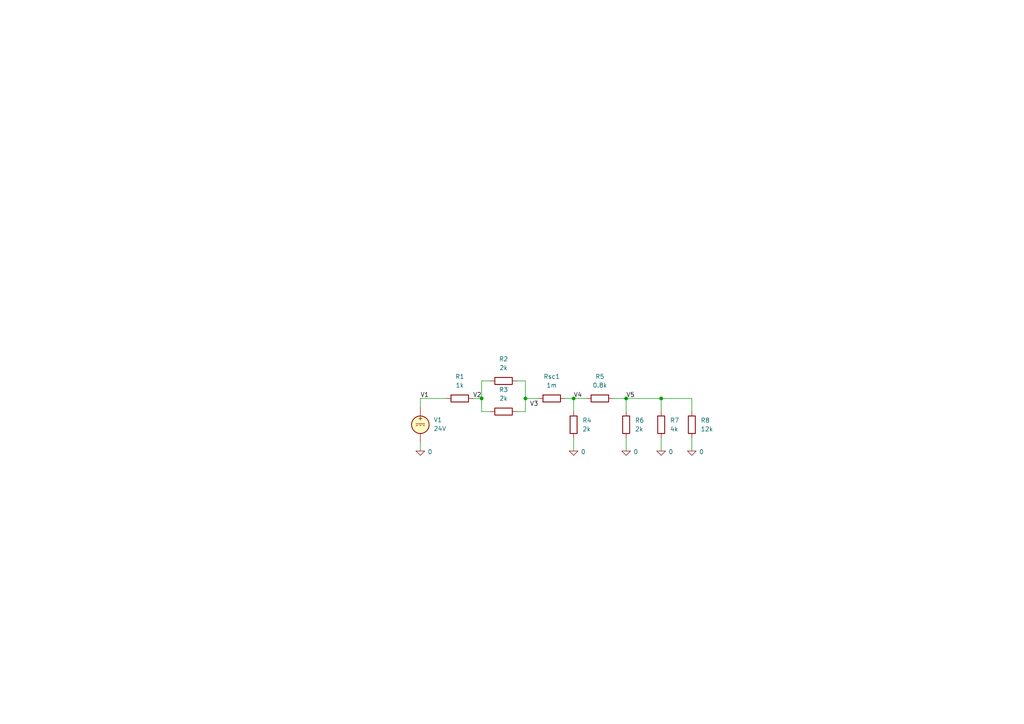
<source format=kicad_sch>
(kicad_sch (version 20250114) (generator "eeschema") (generator_version "9.0")
  (paper "A4")
  (lib_symbols
    (symbol "Device:R" (pin_numbers (hide yes)) (pin_names (offset 0))
      (property "Reference" "R" (at 2.032 0 90))
      (property "Value" "R" (at 0 0 90))
      (symbol "R_0_1"
        (rectangle (start -1.016 -2.54) (end 1.016 2.54) (stroke (width 0.254)))
      )
      (symbol "R_1_1"
        (pin passive line (at 0 3.81 270) (length 1.27) (name "~") (number "1"))
        (pin passive line (at 0 -3.81 90) (length 1.27) (name "~") (number "2"))
      )
    )
    (symbol "Simulation_SPICE:0" (power) (pin_numbers (hide yes)) (pin_names (offset 0) (hide yes))
      (property "Value" "0" (at 0 -2.54 0))
      (symbol "0_0_1"
        (polyline (pts (xy -1.27 0) (xy 0 -1.27) (xy 1.27 0) (xy -1.27 0)))
      )
      (symbol "0_1_1"
        (pin power_in line (at 0 0 0) (length 0) (name "~") (number "1"))
      )
    )
    (symbol "Simulation_SPICE:VDC" (pin_numbers (hide yes)) (pin_names (offset 0.0254))
      (property "Reference" "V" (at 2.54 2.54 0))
      (property "Value" "1" (at 2.54 0 0))
      (symbol "VDC_0_0"
        (polyline (pts (xy -1.27 0.254) (xy 1.27 0.254)))
        (polyline (pts (xy -0.762 -0.254) (xy -1.27 -0.254)))
        (polyline (pts (xy 0.254 -0.254) (xy -0.254 -0.254)))
        (polyline (pts (xy 1.27 -0.254) (xy 0.762 -0.254)))
        (text "+" (at 0 1.905 0) (effects (font (size 1.27 1.27))))
      )
      (symbol "VDC_0_1"
        (circle (center 0 0) (radius 2.54) (stroke (width 0.254)) (fill (type background)))
      )
      (symbol "VDC_1_1"
        (pin passive line (at 0 5.08 270) (length 2.54) (name "~") (number "1"))
        (pin passive line (at 0 -5.08 90) (length 2.54) (name "~") (number "2"))
      )
    )
  )
  (junction (at 191.77 115.57))
  (junction (at 152.4 115.57))
  (junction (at 181.61 115.57))
  (junction (at 166.37 115.57))
  (junction (at 139.7 115.57))
  (wire (pts (xy 200.66 119.38) (xy 200.66 115.57)))
  (wire (pts (xy 152.4 119.38) (xy 152.4 115.57)))
  (wire (pts (xy 152.4 110.49) (xy 152.4 115.57)))
  (wire (pts (xy 166.37 115.57) (xy 166.37 119.38)))
  (wire (pts (xy 181.61 115.57) (xy 191.77 115.57)))
  (wire (pts (xy 142.24 119.38) (xy 139.7 119.38)))
  (wire (pts (xy 200.66 127) (xy 200.66 130.81)))
  (wire (pts (xy 149.86 110.49) (xy 152.4 110.49)))
  (wire (pts (xy 121.92 118.11) (xy 121.92 115.57)))
  (wire (pts (xy 149.86 119.38) (xy 152.4 119.38)))
  (wire (pts (xy 191.77 119.38) (xy 191.77 115.57)))
  (wire (pts (xy 139.7 115.57) (xy 139.7 110.49)))
  (wire (pts (xy 139.7 110.49) (xy 142.24 110.49)))
  (wire (pts (xy 121.92 128.27) (xy 121.92 130.81)))
  (wire (pts (xy 121.92 115.57) (xy 129.54 115.57)))
  (wire (pts (xy 156.21 115.57) (xy 152.4 115.57)))
  (wire (pts (xy 181.61 127) (xy 181.61 130.81)))
  (wire (pts (xy 177.8 115.57) (xy 181.61 115.57)))
  (wire (pts (xy 181.61 115.57) (xy 181.61 119.38)))
  (wire (pts (xy 166.37 127) (xy 166.37 130.81)))
  (wire (pts (xy 139.7 119.38) (xy 139.7 115.57)))
  (wire (pts (xy 166.37 115.57) (xy 170.18 115.57)))
  (wire (pts (xy 163.83 115.57) (xy 166.37 115.57)))
  (wire (pts (xy 191.77 115.57) (xy 200.66 115.57)))
  (wire (pts (xy 191.77 127) (xy 191.77 130.81)))
  (wire (pts (xy 139.7 115.57) (xy 137.16 115.57)))
  (label "V1" (at 121.92 115.57 0))
  (label "V4" (at 166.37 115.57 0))
  (label "V3" (at 153.67 118.11 0))
  (label "V5" (at 181.61 115.57 0))
  (label "V2" (at 137.16 115.57 0))
  (symbol (lib_id "Simulation_SPICE:0") (at 181.61 130.81 0) (unit 1)
    (property "Reference" "#GND03" (effects (hide yes)))
    (property "Value" "0" (at 184.404 131.064 0))
    (property "Datasheet" "https://ngspice.sourceforge.io/docs/ngspice-html-manual/manual.xhtml#subsec_Circuit_elements__device" (effects (hide yes)))
    (property "Description" "0V reference potential for simulation" (effects (hide yes)))
  )
  (symbol (lib_id "Device:R") (at 181.61 123.19 180) (unit 1)
    (property "Reference" "R6" (at 184.15 121.9199 0) (effects (justify right)))
    (property "Value" "2k" (at 184.15 124.4599 0) (effects (justify right)))
    (property "Description" "Resistor" (effects (hide yes)))
  )
  (symbol (lib_id "Simulation_SPICE:0") (at 166.37 130.81 0) (unit 1)
    (property "Reference" "#GND02" (effects (hide yes)))
    (property "Value" "0" (at 169.164 131.064 0))
    (property "Datasheet" "https://ngspice.sourceforge.io/docs/ngspice-html-manual/manual.xhtml#subsec_Circuit_elements__device" (effects (hide yes)))
    (property "Description" "0V reference potential for simulation" (effects (hide yes)))
  )
  (symbol (lib_id "Simulation_SPICE:0") (at 121.92 130.81 0) (unit 1)
    (property "Reference" "#GND01" (effects (hide yes)))
    (property "Value" "0" (at 124.714 131.064 0))
    (property "Datasheet" "https://ngspice.sourceforge.io/docs/ngspice-html-manual/manual.xhtml#subsec_Circuit_elements__device" (effects (hide yes)))
    (property "Description" "0V reference potential for simulation" (effects (hide yes)))
  )
  (symbol (lib_id "Device:R") (at 200.66 123.19 180) (unit 1)
    (property "Reference" "R8" (at 203.2 121.9199 0) (effects (justify right)))
    (property "Value" "12k" (at 203.2 124.4599 0) (effects (justify right)))
    (property "Description" "Resistor" (effects (hide yes)))
  )
  (symbol (lib_id "Device:R") (at 146.05 110.49 90) (unit 1)
    (property "Reference" "R2" (at 146.05 104.14 90))
    (property "Value" "2k" (at 146.05 106.68 90))
    (property "Description" "Resistor" (effects (hide yes)))
  )
  (symbol (lib_id "Device:R") (at 133.35 115.57 90) (unit 1)
    (property "Reference" "R1" (at 133.35 109.22 90))
    (property "Value" "1k" (at 133.35 111.76 90))
    (property "Description" "Resistor" (effects (hide yes)))
  )
  (symbol (lib_id "Simulation_SPICE:VDC") (at 121.92 123.19 0) (unit 1)
    (property "Reference" "V1" (at 125.73 121.7901 0) (effects (justify left)))
    (property "Value" "24V" (at 125.73 124.3301 0) (effects (justify left)))
    (property "Datasheet" "https://ngspice.sourceforge.io/docs/ngspice-html-manual/manual.xhtml#sec_Independent_Sources_for" (effects (hide yes)))
    (property "Description" "Voltage source, DC" (effects (hide yes)))
    (property "Sim.Pins" "1=+ 2=-" (effects (hide yes)))
    (property "Sim.Type" "DC" (effects (hide yes)))
    (property "Sim.Device" "V" (effects (hide yes)))
  )
  (symbol (lib_id "Device:R") (at 146.05 119.38 90) (unit 1)
    (property "Reference" "R3" (at 146.05 113.03 90))
    (property "Value" "2k" (at 146.05 115.57 90))
    (property "Description" "Resistor" (effects (hide yes)))
  )
  (symbol (lib_id "Device:R") (at 173.99 115.57 90) (unit 1)
    (property "Reference" "R5" (at 173.99 109.22 90))
    (property "Value" "0.8k" (at 173.99 111.76 90))
    (property "Description" "Resistor" (effects (hide yes)))
  )
  (symbol (lib_id "Device:R") (at 166.37 123.19 180) (unit 1)
    (property "Reference" "R4" (at 168.91 121.9199 0) (effects (justify right)))
    (property "Value" "2k" (at 168.91 124.4599 0) (effects (justify right)))
    (property "Description" "Resistor" (effects (hide yes)))
  )
  (symbol (lib_id "Simulation_SPICE:0") (at 200.66 130.81 0) (unit 1)
    (property "Reference" "#GND05" (effects (hide yes)))
    (property "Value" "0" (at 203.454 131.064 0))
    (property "Datasheet" "https://ngspice.sourceforge.io/docs/ngspice-html-manual/manual.xhtml#subsec_Circuit_elements__device" (effects (hide yes)))
    (property "Description" "0V reference potential for simulation" (effects (hide yes)))
  )
  (symbol (lib_id "Device:R") (at 160.02 115.57 90) (unit 1)
    (property "Reference" "Rsc1" (at 160.02 109.22 90))
    (property "Value" "1m" (at 160.02 111.76 90))
    (property "Description" "Resistor" (effects (hide yes)))
  )
  (symbol (lib_id "Simulation_SPICE:0") (at 191.77 130.81 0) (unit 1)
    (property "Reference" "#GND04" (effects (hide yes)))
    (property "Value" "0" (at 194.564 131.064 0))
    (property "Datasheet" "https://ngspice.sourceforge.io/docs/ngspice-html-manual/manual.xhtml#subsec_Circuit_elements__device" (effects (hide yes)))
    (property "Description" "0V reference potential for simulation" (effects (hide yes)))
  )
  (symbol (lib_id "Device:R") (at 191.77 123.19 180) (unit 1)
    (property "Reference" "R7" (at 194.31 121.9199 0) (effects (justify right)))
    (property "Value" "4k" (at 194.31 124.4599 0) (effects (justify right)))
    (property "Description" "Resistor" (effects (hide yes)))
  )
)
</source>
